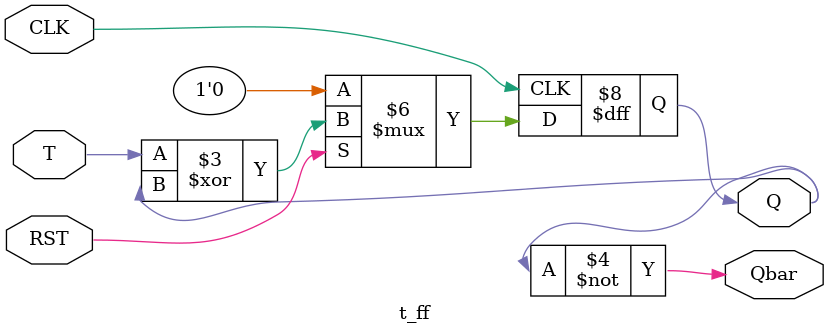
<source format=v>
module t_ff(T,CLK,RST,Q,Qbar);
output Q,Qbar;
input  T,CLK,RST;
reg  Q;
always @(posedge CLK)

begin // positive-edge triggered
if (!RST) // synchronous reset, active low
Q <= 1'b0;
else
Q <= T^Q;
end
assign Qbar = ~ Q ;
endmodule

</source>
